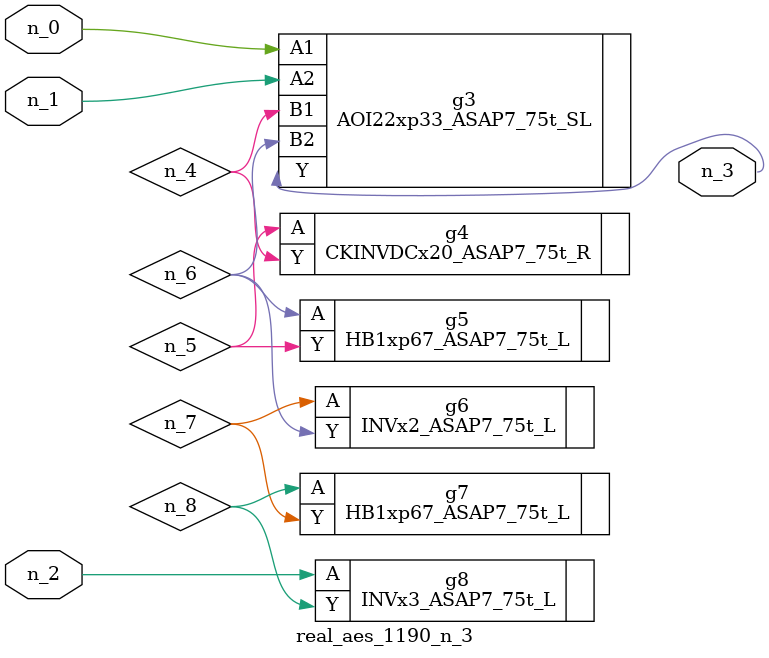
<source format=v>
module real_aes_1190_n_3 (n_0, n_2, n_1, n_3);
input n_0;
input n_2;
input n_1;
output n_3;
wire n_4;
wire n_5;
wire n_7;
wire n_8;
wire n_6;
AOI22xp33_ASAP7_75t_SL g3 ( .A1(n_0), .A2(n_1), .B1(n_4), .B2(n_6), .Y(n_3) );
INVx3_ASAP7_75t_L g8 ( .A(n_2), .Y(n_8) );
CKINVDCx20_ASAP7_75t_R g4 ( .A(n_5), .Y(n_4) );
HB1xp67_ASAP7_75t_L g5 ( .A(n_6), .Y(n_5) );
INVx2_ASAP7_75t_L g6 ( .A(n_7), .Y(n_6) );
HB1xp67_ASAP7_75t_L g7 ( .A(n_8), .Y(n_7) );
endmodule
</source>
